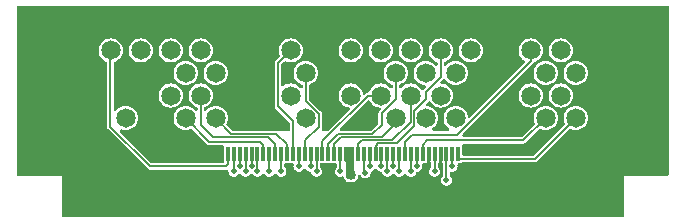
<source format=gtl>
G04 #@! TF.GenerationSoftware,KiCad,Pcbnew,7.0.7*
G04 #@! TF.CreationDate,2023-10-10T05:26:18-05:00*
G04 #@! TF.ProjectId,psio-qsb,7073696f-2d71-4736-922e-6b696361645f,rev?*
G04 #@! TF.SameCoordinates,Original*
G04 #@! TF.FileFunction,Copper,L1,Top*
G04 #@! TF.FilePolarity,Positive*
%FSLAX46Y46*%
G04 Gerber Fmt 4.6, Leading zero omitted, Abs format (unit mm)*
G04 Created by KiCad (PCBNEW 7.0.7) date 2023-10-10 05:26:18*
%MOMM*%
%LPD*%
G01*
G04 APERTURE LIST*
G04 #@! TA.AperFunction,SMDPad,CuDef*
%ADD10R,0.300000X1.200000*%
G04 #@! TD*
G04 #@! TA.AperFunction,SMDPad,CuDef*
%ADD11R,2.400000X2.400000*%
G04 #@! TD*
G04 #@! TA.AperFunction,ComponentPad*
%ADD12C,1.640000*%
G04 #@! TD*
G04 #@! TA.AperFunction,ViaPad*
%ADD13C,0.600000*%
G04 #@! TD*
G04 #@! TA.AperFunction,ViaPad*
%ADD14C,0.500000*%
G04 #@! TD*
G04 #@! TA.AperFunction,ViaPad*
%ADD15C,0.800000*%
G04 #@! TD*
G04 #@! TA.AperFunction,Conductor*
%ADD16C,0.127000*%
G04 #@! TD*
G04 APERTURE END LIST*
D10*
X139700000Y-127200000D03*
X140200000Y-127200000D03*
X140700000Y-127200000D03*
X141200000Y-127200000D03*
X141700000Y-127200000D03*
X142200000Y-127200000D03*
X142700000Y-127200000D03*
X143200000Y-127200000D03*
X143700000Y-127200000D03*
X144200000Y-127200000D03*
X144700000Y-127200000D03*
X145200000Y-127200000D03*
X145700000Y-127200000D03*
X146200000Y-127200000D03*
X146700000Y-127200000D03*
X147200000Y-127200000D03*
X147700000Y-127200000D03*
X148200000Y-127200000D03*
X148700000Y-127200000D03*
X149200000Y-127200000D03*
X149700000Y-127200000D03*
X150200000Y-127200000D03*
X150700000Y-127200000D03*
X151200000Y-127200000D03*
X151700000Y-127200000D03*
X152200000Y-127200000D03*
X152700000Y-127200000D03*
X153200000Y-127200000D03*
X153700000Y-127200000D03*
X154200000Y-127200000D03*
X154700000Y-127200000D03*
X155200000Y-127200000D03*
X155700000Y-127200000D03*
X156200000Y-127200000D03*
X156700000Y-127200000D03*
X157200000Y-127200000D03*
X157700000Y-127200000D03*
X158200000Y-127200000D03*
X158700000Y-127200000D03*
X159200000Y-127200000D03*
D11*
X137600000Y-129900000D03*
X161300000Y-129900000D03*
D12*
X128500000Y-120360000D03*
X129770000Y-118450000D03*
X132310000Y-118450000D03*
X133580000Y-120360000D03*
X134850000Y-118450000D03*
X136120000Y-120360000D03*
X137390000Y-118450000D03*
X138660000Y-120360000D03*
X145010000Y-118450000D03*
X146280000Y-120360000D03*
X147550000Y-118450000D03*
X150090000Y-118450000D03*
X151360000Y-120360000D03*
X152630000Y-118450000D03*
X153900000Y-120360000D03*
X155170000Y-118450000D03*
X156440000Y-120360000D03*
X157710000Y-118450000D03*
X158980000Y-120360000D03*
X160250000Y-118450000D03*
X165330000Y-118450000D03*
X166600000Y-120360000D03*
X167870000Y-118450000D03*
X169140000Y-120360000D03*
X170410000Y-118450000D03*
X128500000Y-124180000D03*
X131040000Y-124180000D03*
X133580000Y-124180000D03*
X134850000Y-122270000D03*
X136120000Y-124180000D03*
X137390000Y-122270000D03*
X138660000Y-124180000D03*
X145010000Y-122270000D03*
X146280000Y-124180000D03*
X147550000Y-122270000D03*
X150090000Y-122270000D03*
X151360000Y-124180000D03*
X152630000Y-122270000D03*
X153900000Y-124180000D03*
X155170000Y-122270000D03*
X156440000Y-124180000D03*
X157710000Y-122270000D03*
X158980000Y-124180000D03*
X165330000Y-122270000D03*
X166600000Y-124180000D03*
X167870000Y-122270000D03*
X169140000Y-124180000D03*
X170410000Y-122270000D03*
D13*
X167470000Y-127250000D03*
X124290000Y-117090000D03*
X142070000Y-122170000D03*
X175090000Y-122170000D03*
X131910000Y-129790000D03*
X147150000Y-117090000D03*
X175090000Y-124710000D03*
X167470000Y-129790000D03*
X164930000Y-117090000D03*
X124290000Y-119630000D03*
X170010000Y-117090000D03*
X124290000Y-127250000D03*
X175090000Y-117090000D03*
X157310000Y-117090000D03*
X139530000Y-117090000D03*
X170010000Y-127250000D03*
X159850000Y-117090000D03*
X167470000Y-117090000D03*
X126830000Y-117090000D03*
X136990000Y-117090000D03*
X126830000Y-127250000D03*
X131910000Y-117090000D03*
X126830000Y-129790000D03*
X154770000Y-117090000D03*
X172550000Y-129790000D03*
X157310000Y-129790000D03*
X124290000Y-122170000D03*
X134450000Y-117090000D03*
X129370000Y-127250000D03*
X172550000Y-119630000D03*
X162390000Y-124710000D03*
X126830000Y-122170000D03*
X129370000Y-117090000D03*
X162390000Y-117090000D03*
X126830000Y-124710000D03*
X175090000Y-127250000D03*
X172550000Y-127250000D03*
X142070000Y-117090000D03*
X142070000Y-129790000D03*
X164930000Y-129790000D03*
X144610000Y-117090000D03*
X144610000Y-129790000D03*
X152230000Y-129790000D03*
X172550000Y-124710000D03*
X172550000Y-122170000D03*
X134450000Y-129790000D03*
X154770000Y-129790000D03*
X129370000Y-129790000D03*
X126830000Y-119630000D03*
X147150000Y-129790000D03*
X172550000Y-117090000D03*
X124290000Y-124710000D03*
X170010000Y-129790000D03*
X139530000Y-129790000D03*
X162390000Y-119630000D03*
X136990000Y-127250000D03*
X175090000Y-119630000D03*
X142070000Y-119630000D03*
D14*
X140700000Y-128275000D03*
X141200000Y-128700000D03*
X142200000Y-128700000D03*
X143200000Y-128700000D03*
X144200000Y-128700000D03*
D15*
X150100000Y-128975000D03*
D14*
X147200000Y-128700000D03*
X149200000Y-128700000D03*
X151325000Y-128800000D03*
X153200000Y-128700000D03*
X154200000Y-128700000D03*
X155700000Y-128275000D03*
X157200000Y-128700000D03*
X158700000Y-128275000D03*
X140200000Y-128700000D03*
X141700000Y-128275000D03*
X145700000Y-128275000D03*
X146700000Y-128275000D03*
X151700000Y-128275000D03*
X152700000Y-128275000D03*
X153700000Y-128275000D03*
X155200000Y-128700000D03*
X158193982Y-129450000D03*
D16*
X140700000Y-128275000D02*
X140700000Y-127200000D01*
X141200000Y-128700000D02*
X141200000Y-127200000D01*
X142200000Y-128700000D02*
X142200000Y-127200000D01*
X143200000Y-128700000D02*
X143200000Y-127200000D01*
X144200000Y-128700000D02*
X144200000Y-127200000D01*
X143925000Y-119535000D02*
X145010000Y-118450000D01*
X145200000Y-124470300D02*
X143925000Y-123195300D01*
X143925000Y-123195300D02*
X143925000Y-119535000D01*
X145200000Y-127200000D02*
X145200000Y-124470300D01*
X146200000Y-127200000D02*
X146200000Y-126073300D01*
X147375000Y-124898300D02*
X147375000Y-123800000D01*
X146200000Y-126073300D02*
X147375000Y-124898300D01*
X146280000Y-122705000D02*
X146280000Y-120360000D01*
X147375000Y-123800000D02*
X146280000Y-122705000D01*
X147200000Y-128700000D02*
X147200000Y-127200000D01*
X153900000Y-122575000D02*
X153900000Y-120360000D01*
X148200000Y-127200000D02*
X148200000Y-126407600D01*
X152710000Y-123765000D02*
X153900000Y-122575000D01*
X151912000Y-125563000D02*
X152710000Y-124765000D01*
X149044600Y-125563000D02*
X151912000Y-125563000D01*
X148200000Y-126407600D02*
X149044600Y-125563000D01*
X152710000Y-124765000D02*
X152710000Y-123765000D01*
X149200000Y-128700000D02*
X149200000Y-127200000D01*
X151250000Y-127250000D02*
X151200000Y-127200000D01*
X151325000Y-128800000D02*
X151250000Y-128725000D01*
X151250000Y-128725000D02*
X151250000Y-127250000D01*
X153975000Y-126325000D02*
X155427600Y-124872400D01*
X155427600Y-124872400D02*
X155427600Y-123622400D01*
X157710000Y-120690000D02*
X157710000Y-118450000D01*
X152382600Y-126325000D02*
X153975000Y-126325000D01*
X156450000Y-121950000D02*
X157710000Y-120690000D01*
X155427600Y-123622400D02*
X156450000Y-122600000D01*
X152200000Y-127200000D02*
X152200000Y-126507600D01*
X152200000Y-126507600D02*
X152382600Y-126325000D01*
X156450000Y-122600000D02*
X156450000Y-121950000D01*
X153200000Y-128700000D02*
X153200000Y-127200000D01*
X154200000Y-128700000D02*
X154200000Y-127200000D01*
X154700000Y-126225000D02*
X154700000Y-127200000D01*
X159100000Y-125600000D02*
X155325000Y-125600000D01*
X155325000Y-125600000D02*
X154700000Y-126225000D01*
X165330000Y-118450000D02*
X165330000Y-119370000D01*
X165330000Y-119370000D02*
X159100000Y-125600000D01*
X155700000Y-128275000D02*
X155700000Y-127200000D01*
X157200000Y-128700000D02*
X157200000Y-127200000D01*
X158700000Y-128275000D02*
X158700000Y-127200000D01*
X140200000Y-128700000D02*
X140200000Y-127200000D01*
X141700000Y-127200000D02*
X141700000Y-128275000D01*
X142400000Y-126200000D02*
X142700000Y-126500000D01*
X136120000Y-124180000D02*
X138140000Y-126200000D01*
X142700000Y-126500000D02*
X142700000Y-127200000D01*
X138140000Y-126200000D02*
X142400000Y-126200000D01*
X143700000Y-126407600D02*
X143700000Y-127200000D01*
X143059700Y-125767300D02*
X143700000Y-126407600D01*
X137390000Y-124740000D02*
X138417300Y-125767300D01*
X137390000Y-122270000D02*
X137390000Y-124740000D01*
X138417300Y-125767300D02*
X143059700Y-125767300D01*
X144700000Y-126407600D02*
X143805700Y-125513300D01*
X144700000Y-127200000D02*
X144700000Y-126407600D01*
X139993300Y-125513300D02*
X138660000Y-124180000D01*
X143805700Y-125513300D02*
X139993300Y-125513300D01*
X145700000Y-128275000D02*
X145700000Y-127200000D01*
X146700000Y-128275000D02*
X146700000Y-127200000D01*
X147700000Y-126150000D02*
X151580000Y-122270000D01*
X151580000Y-122270000D02*
X152630000Y-122270000D01*
X147700000Y-127200000D02*
X147700000Y-126150000D01*
X148700000Y-126407600D02*
X149290600Y-125817000D01*
X149290600Y-125817000D02*
X152708000Y-125817000D01*
X148700000Y-127200000D02*
X148700000Y-126407600D01*
X152708000Y-125817000D02*
X153900000Y-124625000D01*
X153900000Y-124625000D02*
X153900000Y-124180000D01*
X150700000Y-127200000D02*
X150700000Y-126407600D01*
X153604000Y-126071000D02*
X155170000Y-124505000D01*
X150700000Y-126407600D02*
X151036600Y-126071000D01*
X151036600Y-126071000D02*
X153604000Y-126071000D01*
X155170000Y-124505000D02*
X155170000Y-122270000D01*
X151700000Y-128275000D02*
X151700000Y-127200000D01*
X152700000Y-127200000D02*
X152700000Y-128275000D01*
X153700000Y-128275000D02*
X153700000Y-127200000D01*
X155200000Y-128700000D02*
X155200000Y-127200000D01*
X164705000Y-126075000D02*
X156550000Y-126075000D01*
X156550000Y-126075000D02*
X156200000Y-126425000D01*
X156200000Y-126425000D02*
X156200000Y-127200000D01*
X166600000Y-124180000D02*
X164705000Y-126075000D01*
X158193982Y-129450000D02*
X158200000Y-129443982D01*
X158200000Y-129443982D02*
X158200000Y-127200000D01*
X165690200Y-127629800D02*
X169140000Y-124180000D01*
X159200000Y-127629800D02*
X165690200Y-127629800D01*
X159200000Y-127629800D02*
X159200000Y-127200000D01*
X129750000Y-124900000D02*
X133125000Y-128275000D01*
X139532300Y-128275000D02*
X139700000Y-128107300D01*
X139700000Y-127200000D02*
X139700000Y-128107300D01*
X129750000Y-118470000D02*
X129750000Y-124900000D01*
X133125000Y-128275000D02*
X139532300Y-128275000D01*
X129770000Y-118450000D02*
X129750000Y-118470000D01*
G04 #@! TA.AperFunction,Conductor*
G36*
X150293039Y-126619685D02*
G01*
X150338794Y-126672489D01*
X150350000Y-126724000D01*
X150349999Y-128599998D01*
X150350000Y-128599998D01*
X150350000Y-128600000D01*
X150463683Y-128713683D01*
X150497166Y-128775002D01*
X150500000Y-128801361D01*
X150500000Y-129148638D01*
X150480315Y-129215677D01*
X150463681Y-129236319D01*
X150361319Y-129338681D01*
X150299996Y-129372166D01*
X150273638Y-129375000D01*
X149926362Y-129375000D01*
X149859323Y-129355315D01*
X149838681Y-129338681D01*
X149736319Y-129236319D01*
X149702834Y-129174996D01*
X149700000Y-129148638D01*
X149700000Y-127950000D01*
X149586319Y-127836319D01*
X149552834Y-127774996D01*
X149550000Y-127748638D01*
X149550000Y-126724000D01*
X149569685Y-126656961D01*
X149622489Y-126611206D01*
X149674000Y-126600000D01*
X150226000Y-126600000D01*
X150293039Y-126619685D01*
G37*
G04 #@! TD.AperFunction*
G04 #@! TA.AperFunction,Conductor*
G36*
X151653023Y-122672842D02*
G01*
X151708956Y-122714714D01*
X151719043Y-122730563D01*
X151775612Y-122836397D01*
X151777381Y-122839706D01*
X151904905Y-122995094D01*
X152055534Y-123118712D01*
X152060297Y-123122621D01*
X152237582Y-123217381D01*
X152429947Y-123275734D01*
X152429946Y-123275734D01*
X152529496Y-123285539D01*
X152594283Y-123311700D01*
X152634642Y-123368734D01*
X152637759Y-123438535D01*
X152605023Y-123496623D01*
X152550345Y-123551301D01*
X152531560Y-123566719D01*
X152519666Y-123574666D01*
X152496882Y-123608764D01*
X152496880Y-123608768D01*
X152461317Y-123661990D01*
X152440828Y-123765001D01*
X152443617Y-123779021D01*
X152446000Y-123803213D01*
X152446000Y-124604286D01*
X152426315Y-124671325D01*
X152409681Y-124691967D01*
X151887967Y-125213681D01*
X151826644Y-125247166D01*
X151800286Y-125250000D01*
X149272714Y-125250000D01*
X149205675Y-125230315D01*
X149159920Y-125177511D01*
X149149976Y-125108353D01*
X149179001Y-125044797D01*
X149185033Y-125038319D01*
X150294627Y-123928725D01*
X151522010Y-122701341D01*
X151583331Y-122667858D01*
X151653023Y-122672842D01*
G37*
G04 #@! TD.AperFunction*
G04 #@! TA.AperFunction,Conductor*
G36*
X176993039Y-114669685D02*
G01*
X177038794Y-114722489D01*
X177050000Y-114774000D01*
X177050000Y-128926000D01*
X177030315Y-128993039D01*
X176977511Y-129038794D01*
X176926000Y-129050000D01*
X173250000Y-129050000D01*
X173250000Y-132426000D01*
X173230315Y-132493039D01*
X173177511Y-132538794D01*
X173126000Y-132550000D01*
X125774000Y-132550000D01*
X125706961Y-132530315D01*
X125661206Y-132477511D01*
X125650000Y-132426000D01*
X125650000Y-129100000D01*
X121974000Y-129100000D01*
X121906961Y-129080315D01*
X121861206Y-129027511D01*
X121850000Y-128976000D01*
X121850000Y-118449999D01*
X128744562Y-118449999D01*
X128764265Y-118650051D01*
X128764266Y-118650053D01*
X128822619Y-118842418D01*
X128917379Y-119019703D01*
X128917381Y-119019706D01*
X129044905Y-119175094D01*
X129195534Y-119298712D01*
X129200297Y-119302621D01*
X129377582Y-119397381D01*
X129397996Y-119403573D01*
X129456433Y-119441868D01*
X129484890Y-119505680D01*
X129486000Y-119522233D01*
X129485999Y-124861783D01*
X129483618Y-124885966D01*
X129480828Y-124899996D01*
X129480828Y-124900000D01*
X129486000Y-124926002D01*
X129501317Y-125003009D01*
X129559666Y-125090332D01*
X129559667Y-125090333D01*
X129571555Y-125098276D01*
X129590345Y-125113697D01*
X132911304Y-128434657D01*
X132926721Y-128453441D01*
X132934667Y-128465333D01*
X132954375Y-128478501D01*
X132954388Y-128478511D01*
X132956708Y-128480061D01*
X132956710Y-128480063D01*
X133021992Y-128523683D01*
X133125000Y-128544172D01*
X133139022Y-128541382D01*
X133163213Y-128539000D01*
X139494087Y-128539000D01*
X139518277Y-128541382D01*
X139523388Y-128542399D01*
X139532299Y-128544172D01*
X139532300Y-128544172D01*
X139532302Y-128544172D01*
X139583866Y-128533914D01*
X139602322Y-128530244D01*
X139671913Y-128536471D01*
X139727091Y-128579334D01*
X139750335Y-128645224D01*
X139749251Y-128669508D01*
X139744867Y-128699999D01*
X139763302Y-128828225D01*
X139808972Y-128928226D01*
X139817118Y-128946063D01*
X139901951Y-129043967D01*
X140010931Y-129114004D01*
X140134830Y-129150383D01*
X140135225Y-129150499D01*
X140135227Y-129150500D01*
X140135228Y-129150500D01*
X140264773Y-129150500D01*
X140264773Y-129150499D01*
X140389069Y-129114004D01*
X140498049Y-129043967D01*
X140582882Y-128946063D01*
X140587205Y-128936595D01*
X140632961Y-128883791D01*
X140700000Y-128864107D01*
X140767040Y-128883792D01*
X140812794Y-128936595D01*
X140817118Y-128946063D01*
X140901951Y-129043967D01*
X141010931Y-129114004D01*
X141134830Y-129150383D01*
X141135225Y-129150499D01*
X141135227Y-129150500D01*
X141135228Y-129150500D01*
X141264773Y-129150500D01*
X141264773Y-129150499D01*
X141389069Y-129114004D01*
X141498049Y-129043967D01*
X141582882Y-128946063D01*
X141587205Y-128936595D01*
X141632961Y-128883791D01*
X141700000Y-128864107D01*
X141767040Y-128883792D01*
X141812794Y-128936595D01*
X141817118Y-128946063D01*
X141901951Y-129043967D01*
X142010931Y-129114004D01*
X142134830Y-129150383D01*
X142135225Y-129150499D01*
X142135227Y-129150500D01*
X142135228Y-129150500D01*
X142264773Y-129150500D01*
X142264773Y-129150499D01*
X142389069Y-129114004D01*
X142498049Y-129043967D01*
X142582882Y-128946063D01*
X142587205Y-128936595D01*
X142632961Y-128883791D01*
X142700000Y-128864107D01*
X142767040Y-128883792D01*
X142812794Y-128936595D01*
X142817118Y-128946063D01*
X142901951Y-129043967D01*
X143010931Y-129114004D01*
X143134830Y-129150383D01*
X143135225Y-129150499D01*
X143135227Y-129150500D01*
X143135228Y-129150500D01*
X143264773Y-129150500D01*
X143264773Y-129150499D01*
X143389069Y-129114004D01*
X143498049Y-129043967D01*
X143582882Y-128946063D01*
X143587205Y-128936595D01*
X143632961Y-128883791D01*
X143700000Y-128864107D01*
X143767040Y-128883792D01*
X143812794Y-128936595D01*
X143817118Y-128946063D01*
X143901951Y-129043967D01*
X144010931Y-129114004D01*
X144134830Y-129150383D01*
X144135225Y-129150499D01*
X144135227Y-129150500D01*
X144135228Y-129150500D01*
X144264773Y-129150500D01*
X144264773Y-129150499D01*
X144389069Y-129114004D01*
X144498049Y-129043967D01*
X144582882Y-128946063D01*
X144636697Y-128828226D01*
X144655133Y-128700000D01*
X144636697Y-128571774D01*
X144582882Y-128453937D01*
X144498049Y-128356033D01*
X144494286Y-128351690D01*
X144465262Y-128288134D01*
X144464000Y-128270488D01*
X144464000Y-128124500D01*
X144483685Y-128057461D01*
X144536489Y-128011706D01*
X144588000Y-128000500D01*
X144869750Y-128000500D01*
X144925808Y-127989349D01*
X144974192Y-127989349D01*
X145030249Y-128000500D01*
X145030252Y-128000500D01*
X145141230Y-128000500D01*
X145208269Y-128020185D01*
X145254024Y-128072989D01*
X145263968Y-128142147D01*
X145244867Y-128274999D01*
X145263302Y-128403225D01*
X145312794Y-128511595D01*
X145317118Y-128521063D01*
X145401951Y-128618967D01*
X145510931Y-128689004D01*
X145635225Y-128725499D01*
X145635227Y-128725500D01*
X145635228Y-128725500D01*
X145764773Y-128725500D01*
X145764773Y-128725499D01*
X145889069Y-128689004D01*
X145998049Y-128618967D01*
X146082882Y-128521063D01*
X146087205Y-128511595D01*
X146132961Y-128458791D01*
X146200000Y-128439107D01*
X146267040Y-128458792D01*
X146312794Y-128511595D01*
X146317118Y-128521063D01*
X146401951Y-128618967D01*
X146510931Y-128689004D01*
X146635225Y-128725499D01*
X146635227Y-128725500D01*
X146635228Y-128725500D01*
X146641086Y-128725500D01*
X146708125Y-128745185D01*
X146753880Y-128797989D01*
X146760302Y-128819858D01*
X146760803Y-128819712D01*
X146763303Y-128828227D01*
X146808972Y-128928226D01*
X146817118Y-128946063D01*
X146901951Y-129043967D01*
X147010931Y-129114004D01*
X147134830Y-129150383D01*
X147135225Y-129150499D01*
X147135227Y-129150500D01*
X147135228Y-129150500D01*
X147264773Y-129150500D01*
X147264773Y-129150499D01*
X147389069Y-129114004D01*
X147498049Y-129043967D01*
X147582882Y-128946063D01*
X147636697Y-128828226D01*
X147655133Y-128700000D01*
X147636697Y-128571774D01*
X147582882Y-128453937D01*
X147498049Y-128356033D01*
X147494286Y-128351690D01*
X147465262Y-128288134D01*
X147464000Y-128270488D01*
X147464000Y-128124500D01*
X147483685Y-128057461D01*
X147536489Y-128011706D01*
X147588000Y-128000500D01*
X147869750Y-128000500D01*
X147925808Y-127989349D01*
X147974192Y-127989349D01*
X148030249Y-128000500D01*
X148030252Y-128000500D01*
X148369750Y-128000500D01*
X148425808Y-127989349D01*
X148474192Y-127989349D01*
X148530249Y-128000500D01*
X148812000Y-128000500D01*
X148879039Y-128020185D01*
X148924794Y-128072989D01*
X148936000Y-128124500D01*
X148936000Y-128270488D01*
X148916315Y-128337527D01*
X148905714Y-128351690D01*
X148817118Y-128453937D01*
X148817117Y-128453938D01*
X148763302Y-128571774D01*
X148744867Y-128700000D01*
X148763302Y-128828225D01*
X148808972Y-128928226D01*
X148817118Y-128946063D01*
X148901951Y-129043967D01*
X149010931Y-129114004D01*
X149134830Y-129150383D01*
X149135225Y-129150499D01*
X149135227Y-129150500D01*
X149135228Y-129150500D01*
X149264772Y-129150500D01*
X149348636Y-129125876D01*
X149418505Y-129125876D01*
X149477283Y-129163650D01*
X149501904Y-129207799D01*
X149522470Y-129273478D01*
X149522471Y-129273483D01*
X149536872Y-129299855D01*
X149555956Y-129334805D01*
X149555958Y-129334808D01*
X149555960Y-129334811D01*
X149590998Y-129381615D01*
X149591002Y-129381619D01*
X149591009Y-129381629D01*
X149591016Y-129381636D01*
X149697266Y-129487886D01*
X149697269Y-129487888D01*
X149705448Y-129495237D01*
X149705446Y-129495236D01*
X149730376Y-129515325D01*
X149801424Y-129552490D01*
X149868456Y-129572173D01*
X149868458Y-129572173D01*
X149868464Y-129572175D01*
X149926362Y-129580500D01*
X150094549Y-129580500D01*
X150097326Y-129580682D01*
X150100000Y-129580682D01*
X150102674Y-129580682D01*
X150105451Y-129580500D01*
X150279138Y-129580500D01*
X150279142Y-129580500D01*
X150290134Y-129579911D01*
X150290142Y-129579910D01*
X150290144Y-129579910D01*
X150290145Y-129579910D01*
X150299637Y-129578889D01*
X150321965Y-129576488D01*
X150398482Y-129552529D01*
X150459805Y-129519044D01*
X150506629Y-129483991D01*
X150612883Y-129377737D01*
X150620235Y-129369554D01*
X150620237Y-129369552D01*
X150620236Y-129369554D01*
X150640325Y-129344623D01*
X150652278Y-129321774D01*
X150677490Y-129273575D01*
X150697175Y-129206536D01*
X150705500Y-129148638D01*
X150705500Y-129097959D01*
X150725185Y-129030921D01*
X150777989Y-128985166D01*
X150847147Y-128975222D01*
X150910703Y-129004247D01*
X150936713Y-129038995D01*
X150937324Y-129038603D01*
X150942116Y-129046059D01*
X150942118Y-129046063D01*
X151026951Y-129143967D01*
X151135931Y-129214004D01*
X151260225Y-129250499D01*
X151260227Y-129250500D01*
X151260228Y-129250500D01*
X151389773Y-129250500D01*
X151389773Y-129250499D01*
X151514069Y-129214004D01*
X151623049Y-129143967D01*
X151707882Y-129046063D01*
X151761697Y-128928226D01*
X151780133Y-128800000D01*
X151780132Y-128799998D01*
X151780652Y-128796387D01*
X151809677Y-128732831D01*
X151868451Y-128695057D01*
X151889069Y-128689004D01*
X151998049Y-128618967D01*
X152082882Y-128521063D01*
X152087205Y-128511595D01*
X152132961Y-128458791D01*
X152200000Y-128439107D01*
X152267040Y-128458792D01*
X152312794Y-128511595D01*
X152317118Y-128521063D01*
X152401951Y-128618967D01*
X152510931Y-128689004D01*
X152635225Y-128725499D01*
X152635227Y-128725500D01*
X152635228Y-128725500D01*
X152641086Y-128725500D01*
X152708125Y-128745185D01*
X152753880Y-128797989D01*
X152760302Y-128819858D01*
X152760803Y-128819712D01*
X152763303Y-128828227D01*
X152808972Y-128928226D01*
X152817118Y-128946063D01*
X152901951Y-129043967D01*
X153010931Y-129114004D01*
X153134830Y-129150383D01*
X153135225Y-129150499D01*
X153135227Y-129150500D01*
X153135228Y-129150500D01*
X153264773Y-129150500D01*
X153264773Y-129150499D01*
X153389069Y-129114004D01*
X153498049Y-129043967D01*
X153582882Y-128946063D01*
X153587205Y-128936595D01*
X153632961Y-128883791D01*
X153700000Y-128864107D01*
X153767040Y-128883792D01*
X153812794Y-128936595D01*
X153817118Y-128946063D01*
X153901951Y-129043967D01*
X154010931Y-129114004D01*
X154134830Y-129150383D01*
X154135225Y-129150499D01*
X154135227Y-129150500D01*
X154135228Y-129150500D01*
X154264773Y-129150500D01*
X154264773Y-129150499D01*
X154389069Y-129114004D01*
X154498049Y-129043967D01*
X154582882Y-128946063D01*
X154587205Y-128936595D01*
X154632961Y-128883791D01*
X154700000Y-128864107D01*
X154767040Y-128883792D01*
X154812794Y-128936595D01*
X154817118Y-128946063D01*
X154901951Y-129043967D01*
X155010931Y-129114004D01*
X155134830Y-129150383D01*
X155135225Y-129150499D01*
X155135227Y-129150500D01*
X155135228Y-129150500D01*
X155264773Y-129150500D01*
X155264773Y-129150499D01*
X155389069Y-129114004D01*
X155498049Y-129043967D01*
X155582882Y-128946063D01*
X155636697Y-128828226D01*
X155636697Y-128828221D01*
X155639197Y-128819712D01*
X155641421Y-128820365D01*
X155665205Y-128768293D01*
X155723985Y-128730521D01*
X155758914Y-128725500D01*
X155764773Y-128725500D01*
X155764773Y-128725499D01*
X155889069Y-128689004D01*
X155998049Y-128618967D01*
X156082882Y-128521063D01*
X156136697Y-128403226D01*
X156155133Y-128275000D01*
X156136697Y-128146774D01*
X156136032Y-128142147D01*
X156145976Y-128072988D01*
X156191731Y-128020184D01*
X156258770Y-128000500D01*
X156369750Y-128000500D01*
X156369751Y-128000499D01*
X156384568Y-127997552D01*
X156428229Y-127988868D01*
X156428229Y-127988867D01*
X156428231Y-127988867D01*
X156494552Y-127944552D01*
X156538867Y-127878231D01*
X156538867Y-127878229D01*
X156538868Y-127878229D01*
X156550423Y-127820133D01*
X156550500Y-127819748D01*
X156550500Y-126724000D01*
X156570185Y-126656961D01*
X156622989Y-126611206D01*
X156674500Y-126600000D01*
X156725500Y-126600000D01*
X156792539Y-126619685D01*
X156838294Y-126672489D01*
X156849500Y-126724000D01*
X156849500Y-127819752D01*
X156861131Y-127878229D01*
X156861132Y-127878230D01*
X156912233Y-127954707D01*
X156909404Y-127956596D01*
X156933162Y-128000087D01*
X156936000Y-128026466D01*
X156936000Y-128270488D01*
X156916315Y-128337527D01*
X156905714Y-128351690D01*
X156817118Y-128453937D01*
X156817117Y-128453938D01*
X156763302Y-128571774D01*
X156744867Y-128700000D01*
X156763302Y-128828225D01*
X156808972Y-128928226D01*
X156817118Y-128946063D01*
X156901951Y-129043967D01*
X157010931Y-129114004D01*
X157134830Y-129150383D01*
X157135225Y-129150499D01*
X157135227Y-129150500D01*
X157135228Y-129150500D01*
X157264773Y-129150500D01*
X157264773Y-129150499D01*
X157389069Y-129114004D01*
X157498049Y-129043967D01*
X157582882Y-128946063D01*
X157636697Y-128828226D01*
X157655133Y-128700000D01*
X157636697Y-128571774D01*
X157582882Y-128453937D01*
X157498049Y-128356033D01*
X157494286Y-128351690D01*
X157465262Y-128288134D01*
X157464000Y-128270488D01*
X157464000Y-128026466D01*
X157483685Y-127959427D01*
X157489115Y-127952688D01*
X157494550Y-127944552D01*
X157494552Y-127944552D01*
X157538867Y-127878231D01*
X157538867Y-127878229D01*
X157538868Y-127878229D01*
X157550423Y-127820133D01*
X157550500Y-127819748D01*
X157550500Y-126724000D01*
X157570185Y-126656961D01*
X157622989Y-126611206D01*
X157674500Y-126600000D01*
X157725500Y-126600000D01*
X157792539Y-126619685D01*
X157838294Y-126672489D01*
X157849500Y-126724000D01*
X157849500Y-127819752D01*
X157861131Y-127878229D01*
X157861132Y-127878230D01*
X157912233Y-127954707D01*
X157909404Y-127956596D01*
X157933162Y-128000087D01*
X157936000Y-128026466D01*
X157936000Y-129014685D01*
X157916315Y-129081724D01*
X157901352Y-129098993D01*
X157901741Y-129099330D01*
X157811100Y-129203937D01*
X157811099Y-129203938D01*
X157757284Y-129321774D01*
X157738849Y-129450000D01*
X157757284Y-129578225D01*
X157811099Y-129696061D01*
X157811100Y-129696063D01*
X157895933Y-129793967D01*
X158004913Y-129864004D01*
X158129207Y-129900499D01*
X158129209Y-129900500D01*
X158129210Y-129900500D01*
X158258755Y-129900500D01*
X158258755Y-129900499D01*
X158383051Y-129864004D01*
X158492031Y-129793967D01*
X158576864Y-129696063D01*
X158630679Y-129578226D01*
X158649115Y-129450000D01*
X158630679Y-129321774D01*
X158576864Y-129203937D01*
X158576862Y-129203935D01*
X158576861Y-129203932D01*
X158494287Y-129108636D01*
X158465262Y-129045080D01*
X158464000Y-129027434D01*
X158464000Y-128840867D01*
X158483685Y-128773828D01*
X158536489Y-128728073D01*
X158605647Y-128718129D01*
X158622932Y-128721889D01*
X158635228Y-128725500D01*
X158764773Y-128725500D01*
X158764773Y-128725499D01*
X158889069Y-128689004D01*
X158998049Y-128618967D01*
X159082882Y-128521063D01*
X159136697Y-128403226D01*
X159155133Y-128275000D01*
X159136697Y-128146774D01*
X159136032Y-128142147D01*
X159145976Y-128072988D01*
X159191731Y-128020184D01*
X159258770Y-128000500D01*
X159369750Y-128000500D01*
X159369751Y-128000499D01*
X159384568Y-127997552D01*
X159428229Y-127988868D01*
X159428229Y-127988867D01*
X159428231Y-127988867D01*
X159494552Y-127944552D01*
X159494552Y-127944551D01*
X159503188Y-127935917D01*
X159505008Y-127937737D01*
X159545252Y-127904105D01*
X159594743Y-127893800D01*
X165651987Y-127893800D01*
X165676177Y-127896182D01*
X165690200Y-127898972D01*
X165793208Y-127878483D01*
X165858490Y-127834862D01*
X165858490Y-127834861D01*
X165869473Y-127827522D01*
X165880533Y-127820133D01*
X165888475Y-127808245D01*
X165903894Y-127789456D01*
X168564203Y-125129147D01*
X168625524Y-125095664D01*
X168695216Y-125100648D01*
X168710332Y-125107470D01*
X168747582Y-125127381D01*
X168939947Y-125185734D01*
X168939946Y-125185734D01*
X168957883Y-125187500D01*
X169140000Y-125205438D01*
X169340053Y-125185734D01*
X169532418Y-125127381D01*
X169709703Y-125032621D01*
X169865094Y-124905094D01*
X169992621Y-124749703D01*
X170087381Y-124572418D01*
X170145734Y-124380053D01*
X170165438Y-124180000D01*
X170145734Y-123979947D01*
X170087381Y-123787582D01*
X169992621Y-123610297D01*
X169992104Y-123609667D01*
X169865094Y-123454905D01*
X169709706Y-123327381D01*
X169709704Y-123327380D01*
X169709703Y-123327379D01*
X169532418Y-123232619D01*
X169340053Y-123174266D01*
X169340050Y-123174265D01*
X169340053Y-123174265D01*
X169157936Y-123156328D01*
X169140000Y-123154562D01*
X169139999Y-123154562D01*
X168939948Y-123174265D01*
X168816995Y-123211562D01*
X168747582Y-123232619D01*
X168747580Y-123232619D01*
X168747580Y-123232620D01*
X168590590Y-123316532D01*
X168570671Y-123320678D01*
X168564756Y-123331286D01*
X168556527Y-123338679D01*
X168414903Y-123454908D01*
X168287381Y-123610293D01*
X168192619Y-123787582D01*
X168134265Y-123979948D01*
X168114562Y-124179999D01*
X168134265Y-124380051D01*
X168192620Y-124572420D01*
X168212527Y-124609664D01*
X168226768Y-124678067D01*
X168201767Y-124743311D01*
X168190849Y-124755797D01*
X165617167Y-127329481D01*
X165555844Y-127362966D01*
X165529486Y-127365800D01*
X159674500Y-127365800D01*
X159607461Y-127346115D01*
X159561706Y-127293311D01*
X159550500Y-127241800D01*
X159550500Y-126580252D01*
X159550299Y-126578217D01*
X159549999Y-126572123D01*
X159549999Y-126463000D01*
X159569684Y-126395961D01*
X159622488Y-126350206D01*
X159673999Y-126339000D01*
X164666787Y-126339000D01*
X164690977Y-126341382D01*
X164705000Y-126344172D01*
X164808008Y-126323683D01*
X164873290Y-126280062D01*
X164873290Y-126280061D01*
X164884273Y-126272722D01*
X164895333Y-126265333D01*
X164903275Y-126253445D01*
X164918694Y-126234656D01*
X166024205Y-125129146D01*
X166085524Y-125095664D01*
X166155216Y-125100648D01*
X166170323Y-125107465D01*
X166207582Y-125127381D01*
X166399947Y-125185734D01*
X166399946Y-125185734D01*
X166417883Y-125187500D01*
X166600000Y-125205438D01*
X166800053Y-125185734D01*
X166992418Y-125127381D01*
X167169703Y-125032621D01*
X167325094Y-124905094D01*
X167452621Y-124749703D01*
X167547381Y-124572418D01*
X167605734Y-124380053D01*
X167625438Y-124180000D01*
X167605734Y-123979947D01*
X167547381Y-123787582D01*
X167452621Y-123610297D01*
X167452104Y-123609667D01*
X167325094Y-123454905D01*
X167183473Y-123338679D01*
X167172695Y-123322857D01*
X167159387Y-123321306D01*
X167149408Y-123316531D01*
X166992421Y-123232620D01*
X166972803Y-123226669D01*
X166800053Y-123174266D01*
X166800050Y-123174265D01*
X166800053Y-123174265D01*
X166600000Y-123154562D01*
X166399948Y-123174265D01*
X166276995Y-123211562D01*
X166207582Y-123232619D01*
X166207580Y-123232619D01*
X166207580Y-123232620D01*
X166050590Y-123316532D01*
X166030671Y-123320678D01*
X166024756Y-123331286D01*
X166016527Y-123338679D01*
X165874903Y-123454908D01*
X165747381Y-123610293D01*
X165652619Y-123787582D01*
X165594265Y-123979948D01*
X165574562Y-124179999D01*
X165594265Y-124380051D01*
X165652620Y-124572420D01*
X165672526Y-124609661D01*
X165686768Y-124678064D01*
X165661768Y-124743308D01*
X165650849Y-124755796D01*
X164631967Y-125774681D01*
X164570644Y-125808166D01*
X164544286Y-125811000D01*
X159674000Y-125811000D01*
X159606961Y-125791315D01*
X159561206Y-125738511D01*
X159550000Y-125687000D01*
X159550000Y-125574713D01*
X159569685Y-125507674D01*
X159586314Y-125487037D01*
X162803350Y-122270000D01*
X164304562Y-122270000D01*
X164324265Y-122470051D01*
X164346784Y-122544285D01*
X164382619Y-122662418D01*
X164475612Y-122836397D01*
X164477381Y-122839706D01*
X164604905Y-122995094D01*
X164755534Y-123118712D01*
X164760297Y-123122621D01*
X164937582Y-123217381D01*
X165129947Y-123275734D01*
X165129946Y-123275734D01*
X165149649Y-123277674D01*
X165330000Y-123295438D01*
X165530053Y-123275734D01*
X165722418Y-123217381D01*
X165879410Y-123133467D01*
X165899326Y-123129320D01*
X165905243Y-123118712D01*
X165913473Y-123111320D01*
X166055094Y-122995094D01*
X166124879Y-122910061D01*
X166182621Y-122839703D01*
X166277381Y-122662418D01*
X166335734Y-122470053D01*
X166355438Y-122270000D01*
X166355438Y-122269999D01*
X166844562Y-122269999D01*
X166864265Y-122470051D01*
X166886784Y-122544285D01*
X166922619Y-122662418D01*
X167015612Y-122836397D01*
X167017381Y-122839706D01*
X167144905Y-122995094D01*
X167286526Y-123111320D01*
X167297303Y-123127141D01*
X167310612Y-123128693D01*
X167320586Y-123133465D01*
X167477582Y-123217381D01*
X167669947Y-123275734D01*
X167669946Y-123275734D01*
X167689650Y-123277674D01*
X167870000Y-123295438D01*
X168070053Y-123275734D01*
X168262418Y-123217381D01*
X168419410Y-123133467D01*
X168439326Y-123129320D01*
X168445243Y-123118712D01*
X168453473Y-123111320D01*
X168595094Y-122995094D01*
X168664879Y-122910061D01*
X168722621Y-122839703D01*
X168817381Y-122662418D01*
X168875734Y-122470053D01*
X168895438Y-122270000D01*
X168875734Y-122069947D01*
X168817381Y-121877582D01*
X168722621Y-121700297D01*
X168722618Y-121700293D01*
X168595094Y-121544905D01*
X168453473Y-121428679D01*
X168442695Y-121412857D01*
X168429387Y-121411306D01*
X168419408Y-121406531D01*
X168262421Y-121322620D01*
X168252591Y-121319638D01*
X168070053Y-121264266D01*
X168070050Y-121264265D01*
X168070053Y-121264265D01*
X167887936Y-121246328D01*
X167870000Y-121244562D01*
X167869999Y-121244562D01*
X167669948Y-121264265D01*
X167546995Y-121301562D01*
X167477582Y-121322619D01*
X167477580Y-121322619D01*
X167477580Y-121322620D01*
X167320590Y-121406532D01*
X167300671Y-121410678D01*
X167294756Y-121421286D01*
X167286527Y-121428679D01*
X167144903Y-121544908D01*
X167017381Y-121700293D01*
X166922619Y-121877582D01*
X166864265Y-122069948D01*
X166844562Y-122269999D01*
X166355438Y-122269999D01*
X166335734Y-122069947D01*
X166277381Y-121877582D01*
X166182621Y-121700297D01*
X166182618Y-121700293D01*
X166055094Y-121544905D01*
X165913473Y-121428679D01*
X165902695Y-121412857D01*
X165889387Y-121411306D01*
X165879408Y-121406531D01*
X165722421Y-121322620D01*
X165712591Y-121319638D01*
X165530053Y-121264266D01*
X165530050Y-121264265D01*
X165530053Y-121264265D01*
X165330000Y-121244562D01*
X165129948Y-121264265D01*
X164937582Y-121322619D01*
X164760293Y-121417381D01*
X164604905Y-121544905D01*
X164477381Y-121700293D01*
X164382619Y-121877582D01*
X164324265Y-122069948D01*
X164304562Y-122270000D01*
X162803350Y-122270000D01*
X164713351Y-120359999D01*
X165574562Y-120359999D01*
X165594265Y-120560051D01*
X165594266Y-120560053D01*
X165652619Y-120752418D01*
X165747379Y-120929703D01*
X165747381Y-120929706D01*
X165874905Y-121085094D01*
X166016526Y-121201320D01*
X166027303Y-121217141D01*
X166040612Y-121218693D01*
X166050586Y-121223465D01*
X166207582Y-121307381D01*
X166399947Y-121365734D01*
X166399946Y-121365734D01*
X166417883Y-121367500D01*
X166600000Y-121385438D01*
X166800053Y-121365734D01*
X166992418Y-121307381D01*
X167149410Y-121223467D01*
X167169326Y-121219320D01*
X167175243Y-121208712D01*
X167183473Y-121201320D01*
X167325094Y-121085094D01*
X167359699Y-121042928D01*
X167452621Y-120929703D01*
X167547381Y-120752418D01*
X167605734Y-120560053D01*
X167625438Y-120360000D01*
X168114562Y-120360000D01*
X168134265Y-120560051D01*
X168134266Y-120560053D01*
X168192619Y-120752418D01*
X168287379Y-120929703D01*
X168287381Y-120929706D01*
X168414905Y-121085094D01*
X168556526Y-121201320D01*
X168567303Y-121217141D01*
X168580612Y-121218693D01*
X168590586Y-121223465D01*
X168747582Y-121307381D01*
X168939947Y-121365734D01*
X168939946Y-121365734D01*
X168959649Y-121367674D01*
X169140000Y-121385438D01*
X169340053Y-121365734D01*
X169532418Y-121307381D01*
X169709703Y-121212621D01*
X169865094Y-121085094D01*
X169992621Y-120929703D01*
X170087381Y-120752418D01*
X170145734Y-120560053D01*
X170165438Y-120360000D01*
X170145734Y-120159947D01*
X170087381Y-119967582D01*
X169992621Y-119790297D01*
X169992618Y-119790293D01*
X169865094Y-119634905D01*
X169709706Y-119507381D01*
X169709704Y-119507380D01*
X169709703Y-119507379D01*
X169532418Y-119412619D01*
X169340053Y-119354266D01*
X169340050Y-119354265D01*
X169340053Y-119354265D01*
X169157936Y-119336328D01*
X169140000Y-119334562D01*
X169139999Y-119334562D01*
X168939948Y-119354265D01*
X168859174Y-119378768D01*
X168747582Y-119412619D01*
X168747580Y-119412619D01*
X168747580Y-119412620D01*
X168590590Y-119496532D01*
X168570671Y-119500678D01*
X168564756Y-119511286D01*
X168556527Y-119518679D01*
X168414903Y-119634908D01*
X168287381Y-119790293D01*
X168192619Y-119967582D01*
X168134265Y-120159948D01*
X168114562Y-120360000D01*
X167625438Y-120360000D01*
X167605734Y-120159947D01*
X167547381Y-119967582D01*
X167452621Y-119790297D01*
X167452618Y-119790293D01*
X167325094Y-119634905D01*
X167183473Y-119518679D01*
X167172695Y-119502857D01*
X167159387Y-119501306D01*
X167149408Y-119496531D01*
X166992421Y-119412620D01*
X166982591Y-119409638D01*
X166800053Y-119354266D01*
X166800050Y-119354265D01*
X166800053Y-119354265D01*
X166617936Y-119336328D01*
X166600000Y-119334562D01*
X166599999Y-119334562D01*
X166399948Y-119354265D01*
X166319174Y-119378768D01*
X166207582Y-119412619D01*
X166207580Y-119412619D01*
X166207580Y-119412620D01*
X166050590Y-119496532D01*
X166030671Y-119500678D01*
X166024756Y-119511286D01*
X166016527Y-119518679D01*
X165874903Y-119634908D01*
X165747381Y-119790293D01*
X165652619Y-119967582D01*
X165594265Y-120159948D01*
X165574562Y-120359999D01*
X164713351Y-120359999D01*
X165489655Y-119583695D01*
X165508444Y-119568277D01*
X165514758Y-119564057D01*
X165520333Y-119560333D01*
X165543014Y-119526390D01*
X165578683Y-119473008D01*
X165578683Y-119473006D01*
X165580872Y-119469731D01*
X165634484Y-119424926D01*
X165647970Y-119419964D01*
X165722418Y-119397381D01*
X165879410Y-119313467D01*
X165899326Y-119309320D01*
X165905243Y-119298712D01*
X165913473Y-119291320D01*
X166055094Y-119175094D01*
X166055093Y-119175093D01*
X166182621Y-119019703D01*
X166277381Y-118842418D01*
X166335734Y-118650053D01*
X166355438Y-118450000D01*
X166844562Y-118450000D01*
X166864265Y-118650051D01*
X166864266Y-118650053D01*
X166922619Y-118842418D01*
X167017379Y-119019703D01*
X167017381Y-119019706D01*
X167144905Y-119175094D01*
X167286526Y-119291320D01*
X167297303Y-119307141D01*
X167310612Y-119308693D01*
X167320586Y-119313465D01*
X167378960Y-119344667D01*
X167440334Y-119377472D01*
X167477582Y-119397381D01*
X167669947Y-119455734D01*
X167669946Y-119455734D01*
X167689649Y-119457674D01*
X167870000Y-119475438D01*
X168070053Y-119455734D01*
X168262418Y-119397381D01*
X168419410Y-119313467D01*
X168439326Y-119309320D01*
X168445243Y-119298712D01*
X168453473Y-119291320D01*
X168595094Y-119175094D01*
X168595094Y-119175093D01*
X168722621Y-119019703D01*
X168817381Y-118842418D01*
X168875734Y-118650053D01*
X168895438Y-118450000D01*
X168875734Y-118249947D01*
X168817381Y-118057582D01*
X168722621Y-117880297D01*
X168722618Y-117880293D01*
X168595094Y-117724905D01*
X168439706Y-117597381D01*
X168439704Y-117597380D01*
X168439703Y-117597379D01*
X168262418Y-117502619D01*
X168070053Y-117444266D01*
X168070050Y-117444265D01*
X168070053Y-117444265D01*
X167870000Y-117424562D01*
X167669948Y-117444265D01*
X167477582Y-117502619D01*
X167300293Y-117597381D01*
X167144905Y-117724905D01*
X167017381Y-117880293D01*
X166922619Y-118057582D01*
X166864265Y-118249948D01*
X166844562Y-118450000D01*
X166355438Y-118450000D01*
X166335734Y-118249947D01*
X166277381Y-118057582D01*
X166182621Y-117880297D01*
X166182618Y-117880293D01*
X166055094Y-117724905D01*
X165899706Y-117597381D01*
X165899704Y-117597380D01*
X165899703Y-117597379D01*
X165722418Y-117502619D01*
X165530053Y-117444266D01*
X165530050Y-117444265D01*
X165530053Y-117444265D01*
X165330000Y-117424562D01*
X165129948Y-117444265D01*
X164937582Y-117502619D01*
X164760293Y-117597381D01*
X164604905Y-117724905D01*
X164477381Y-117880293D01*
X164382619Y-118057582D01*
X164324265Y-118249948D01*
X164304562Y-118450000D01*
X164324265Y-118650051D01*
X164324266Y-118650053D01*
X164382619Y-118842418D01*
X164477379Y-119019703D01*
X164477381Y-119019706D01*
X164604905Y-119175094D01*
X164713040Y-119263838D01*
X164760297Y-119302621D01*
X164780591Y-119313468D01*
X164784710Y-119315670D01*
X164834554Y-119364633D01*
X164850014Y-119432770D01*
X164826182Y-119498450D01*
X164813937Y-119512709D01*
X160203484Y-124123162D01*
X160142161Y-124156647D01*
X160072469Y-124151663D01*
X160016536Y-124109791D01*
X159992401Y-124047636D01*
X159985734Y-123979947D01*
X159927381Y-123787582D01*
X159832621Y-123610297D01*
X159832104Y-123609667D01*
X159705094Y-123454905D01*
X159549706Y-123327381D01*
X159549704Y-123327380D01*
X159549703Y-123327379D01*
X159372418Y-123232619D01*
X159180053Y-123174266D01*
X159180050Y-123174265D01*
X159180053Y-123174265D01*
X158997936Y-123156328D01*
X158980000Y-123154562D01*
X158979999Y-123154562D01*
X158779948Y-123174265D01*
X158656995Y-123211562D01*
X158587582Y-123232619D01*
X158587580Y-123232619D01*
X158587580Y-123232620D01*
X158430590Y-123316532D01*
X158410671Y-123320678D01*
X158404756Y-123331286D01*
X158396527Y-123338679D01*
X158254903Y-123454908D01*
X158127381Y-123610293D01*
X158032619Y-123787582D01*
X157974265Y-123979948D01*
X157954562Y-124179999D01*
X157974265Y-124380051D01*
X157981172Y-124402820D01*
X158032619Y-124572418D01*
X158127379Y-124749703D01*
X158127381Y-124749706D01*
X158254905Y-124905094D01*
X158407282Y-125030147D01*
X158446616Y-125087893D01*
X158448487Y-125157737D01*
X158412299Y-125217506D01*
X158349543Y-125248221D01*
X158328617Y-125250000D01*
X157091383Y-125250000D01*
X157024344Y-125230315D01*
X156978589Y-125177511D01*
X156968645Y-125108353D01*
X156997670Y-125044797D01*
X157012718Y-125030147D01*
X157165094Y-124905094D01*
X157211961Y-124847987D01*
X157292621Y-124749703D01*
X157387381Y-124572418D01*
X157445734Y-124380053D01*
X157465438Y-124180000D01*
X157445734Y-123979947D01*
X157387381Y-123787582D01*
X157292621Y-123610297D01*
X157292104Y-123609667D01*
X157165094Y-123454905D01*
X157023473Y-123338679D01*
X157012695Y-123322857D01*
X156999387Y-123321306D01*
X156989408Y-123316531D01*
X156832421Y-123232620D01*
X156812803Y-123226669D01*
X156640053Y-123174266D01*
X156640050Y-123174265D01*
X156640053Y-123174265D01*
X156545052Y-123164909D01*
X156480265Y-123138748D01*
X156439906Y-123081714D01*
X156436789Y-123011913D01*
X156469523Y-122953827D01*
X156609655Y-122813695D01*
X156628446Y-122798275D01*
X156640333Y-122790333D01*
X156640335Y-122790329D01*
X156646352Y-122784314D01*
X156707674Y-122750827D01*
X156777366Y-122755809D01*
X156833301Y-122797678D01*
X156843393Y-122813537D01*
X156857379Y-122839703D01*
X156858784Y-122841415D01*
X156984905Y-122995094D01*
X157126526Y-123111320D01*
X157137303Y-123127141D01*
X157150612Y-123128693D01*
X157160586Y-123133465D01*
X157317582Y-123217381D01*
X157509947Y-123275734D01*
X157509946Y-123275734D01*
X157527883Y-123277500D01*
X157710000Y-123295438D01*
X157910053Y-123275734D01*
X158102418Y-123217381D01*
X158259410Y-123133467D01*
X158279326Y-123129320D01*
X158285243Y-123118712D01*
X158293473Y-123111320D01*
X158435094Y-122995094D01*
X158504879Y-122910061D01*
X158562621Y-122839703D01*
X158657381Y-122662418D01*
X158715734Y-122470053D01*
X158735438Y-122270000D01*
X158715734Y-122069947D01*
X158657381Y-121877582D01*
X158562621Y-121700297D01*
X158562618Y-121700293D01*
X158435094Y-121544905D01*
X158293473Y-121428679D01*
X158282695Y-121412857D01*
X158269387Y-121411306D01*
X158259408Y-121406531D01*
X158102421Y-121322620D01*
X157910051Y-121264265D01*
X157805948Y-121254012D01*
X157741161Y-121227851D01*
X157700803Y-121170816D01*
X157697686Y-121101016D01*
X157730420Y-121042930D01*
X157869655Y-120903695D01*
X157888446Y-120888275D01*
X157900333Y-120880333D01*
X157900333Y-120880331D01*
X157900335Y-120880331D01*
X157908968Y-120871699D01*
X157910985Y-120873716D01*
X157950473Y-120840708D01*
X158019797Y-120831992D01*
X158082828Y-120862139D01*
X158109334Y-120895944D01*
X158127379Y-120929703D01*
X158146770Y-120953331D01*
X158254905Y-121085094D01*
X158396526Y-121201320D01*
X158407303Y-121217141D01*
X158420612Y-121218693D01*
X158430586Y-121223465D01*
X158587582Y-121307381D01*
X158779947Y-121365734D01*
X158779946Y-121365734D01*
X158799650Y-121367674D01*
X158980000Y-121385438D01*
X159180053Y-121365734D01*
X159372418Y-121307381D01*
X159549703Y-121212621D01*
X159705094Y-121085094D01*
X159832621Y-120929703D01*
X159927381Y-120752418D01*
X159985734Y-120560053D01*
X160005438Y-120360000D01*
X159985734Y-120159947D01*
X159927381Y-119967582D01*
X159832621Y-119790297D01*
X159832618Y-119790293D01*
X159705094Y-119634905D01*
X159563473Y-119518679D01*
X159552695Y-119502857D01*
X159539387Y-119501306D01*
X159529408Y-119496531D01*
X159372421Y-119412620D01*
X159362591Y-119409638D01*
X159180053Y-119354266D01*
X159180050Y-119354265D01*
X159180053Y-119354265D01*
X158997936Y-119336328D01*
X158980000Y-119334562D01*
X158979999Y-119334562D01*
X158779948Y-119354265D01*
X158699174Y-119378768D01*
X158587582Y-119412619D01*
X158587580Y-119412619D01*
X158587580Y-119412620D01*
X158430590Y-119496532D01*
X158410671Y-119500678D01*
X158404756Y-119511286D01*
X158396527Y-119518679D01*
X158254903Y-119634908D01*
X158193853Y-119709298D01*
X158136107Y-119748632D01*
X158066262Y-119750503D01*
X158006494Y-119714315D01*
X157975778Y-119651559D01*
X157974000Y-119630633D01*
X157974000Y-119528300D01*
X157993685Y-119461261D01*
X158046489Y-119415506D01*
X158061996Y-119409642D01*
X158102418Y-119397381D01*
X158259410Y-119313467D01*
X158279326Y-119309320D01*
X158285243Y-119298712D01*
X158293473Y-119291320D01*
X158435094Y-119175094D01*
X158435094Y-119175093D01*
X158562621Y-119019703D01*
X158657381Y-118842418D01*
X158715734Y-118650053D01*
X158735438Y-118450000D01*
X159224562Y-118450000D01*
X159244265Y-118650051D01*
X159244266Y-118650053D01*
X159302619Y-118842418D01*
X159397379Y-119019703D01*
X159397381Y-119019706D01*
X159524905Y-119175094D01*
X159666526Y-119291320D01*
X159677303Y-119307141D01*
X159690612Y-119308693D01*
X159700586Y-119313465D01*
X159758960Y-119344667D01*
X159820334Y-119377472D01*
X159857582Y-119397381D01*
X160049947Y-119455734D01*
X160049946Y-119455734D01*
X160067883Y-119457500D01*
X160250000Y-119475438D01*
X160450053Y-119455734D01*
X160642418Y-119397381D01*
X160819703Y-119302621D01*
X160975094Y-119175094D01*
X161102621Y-119019703D01*
X161197381Y-118842418D01*
X161255734Y-118650053D01*
X161275438Y-118450000D01*
X161255734Y-118249947D01*
X161197381Y-118057582D01*
X161102621Y-117880297D01*
X161102618Y-117880293D01*
X160975094Y-117724905D01*
X160819706Y-117597381D01*
X160819704Y-117597380D01*
X160819703Y-117597379D01*
X160642418Y-117502619D01*
X160450053Y-117444266D01*
X160450050Y-117444265D01*
X160450053Y-117444265D01*
X160250000Y-117424562D01*
X160049948Y-117444265D01*
X159857582Y-117502619D01*
X159680293Y-117597381D01*
X159524905Y-117724905D01*
X159397381Y-117880293D01*
X159302619Y-118057582D01*
X159244265Y-118249948D01*
X159224562Y-118450000D01*
X158735438Y-118450000D01*
X158715734Y-118249947D01*
X158657381Y-118057582D01*
X158562621Y-117880297D01*
X158562618Y-117880293D01*
X158435094Y-117724905D01*
X158279706Y-117597381D01*
X158279704Y-117597380D01*
X158279703Y-117597379D01*
X158102418Y-117502619D01*
X157910053Y-117444266D01*
X157910050Y-117444265D01*
X157910053Y-117444265D01*
X157710000Y-117424562D01*
X157509948Y-117444265D01*
X157317582Y-117502619D01*
X157140293Y-117597381D01*
X156984905Y-117724905D01*
X156857381Y-117880293D01*
X156762619Y-118057582D01*
X156704265Y-118249948D01*
X156684562Y-118450000D01*
X156704265Y-118650051D01*
X156704266Y-118650053D01*
X156762619Y-118842418D01*
X156857379Y-119019703D01*
X156857381Y-119019706D01*
X156984905Y-119175094D01*
X157126526Y-119291320D01*
X157137303Y-119307141D01*
X157150612Y-119308693D01*
X157160586Y-119313465D01*
X157317582Y-119397381D01*
X157357994Y-119409639D01*
X157416432Y-119447934D01*
X157444890Y-119511746D01*
X157446000Y-119528300D01*
X157446000Y-119630633D01*
X157426315Y-119697672D01*
X157373511Y-119743427D01*
X157304353Y-119753371D01*
X157240797Y-119724346D01*
X157226147Y-119709298D01*
X157165094Y-119634905D01*
X157023473Y-119518679D01*
X157012695Y-119502857D01*
X156999387Y-119501306D01*
X156989408Y-119496531D01*
X156832421Y-119412620D01*
X156822591Y-119409638D01*
X156640053Y-119354266D01*
X156640050Y-119354265D01*
X156640053Y-119354265D01*
X156440000Y-119334562D01*
X156239948Y-119354265D01*
X156159174Y-119378768D01*
X156047582Y-119412619D01*
X156047580Y-119412619D01*
X156047580Y-119412620D01*
X155890590Y-119496532D01*
X155870671Y-119500678D01*
X155864756Y-119511286D01*
X155856527Y-119518679D01*
X155714903Y-119634908D01*
X155587381Y-119790293D01*
X155492619Y-119967582D01*
X155434265Y-120159948D01*
X155414562Y-120360000D01*
X155434265Y-120560051D01*
X155434266Y-120560053D01*
X155492619Y-120752418D01*
X155587379Y-120929703D01*
X155587381Y-120929706D01*
X155714905Y-121085094D01*
X155856526Y-121201320D01*
X155867303Y-121217141D01*
X155880612Y-121218693D01*
X155890586Y-121223465D01*
X156047582Y-121307381D01*
X156239947Y-121365734D01*
X156239946Y-121365734D01*
X156257397Y-121367452D01*
X156362256Y-121377780D01*
X156427042Y-121403941D01*
X156467401Y-121460975D01*
X156470518Y-121530775D01*
X156437782Y-121588864D01*
X156290345Y-121736301D01*
X156271560Y-121751719D01*
X156259665Y-121759667D01*
X156251032Y-121768301D01*
X156249946Y-121767215D01*
X156206918Y-121803171D01*
X156137592Y-121811873D01*
X156074567Y-121781713D01*
X156048077Y-121747923D01*
X156022621Y-121700297D01*
X155960264Y-121624315D01*
X155895094Y-121544905D01*
X155753473Y-121428679D01*
X155742695Y-121412857D01*
X155729387Y-121411306D01*
X155719408Y-121406531D01*
X155562421Y-121322620D01*
X155552591Y-121319638D01*
X155370053Y-121264266D01*
X155370050Y-121264265D01*
X155370053Y-121264265D01*
X155170000Y-121244562D01*
X154969948Y-121264265D01*
X154846995Y-121301562D01*
X154777582Y-121322619D01*
X154777580Y-121322619D01*
X154777580Y-121322620D01*
X154620590Y-121406532D01*
X154600671Y-121410678D01*
X154594756Y-121421286D01*
X154586527Y-121428679D01*
X154444903Y-121544908D01*
X154383853Y-121619298D01*
X154326107Y-121658632D01*
X154256262Y-121660503D01*
X154196494Y-121624315D01*
X154165778Y-121561559D01*
X154164000Y-121540633D01*
X154164000Y-121438300D01*
X154183685Y-121371261D01*
X154236489Y-121325506D01*
X154251996Y-121319642D01*
X154292418Y-121307381D01*
X154449410Y-121223467D01*
X154469326Y-121219320D01*
X154475243Y-121208712D01*
X154483473Y-121201320D01*
X154625094Y-121085094D01*
X154659699Y-121042928D01*
X154752621Y-120929703D01*
X154847381Y-120752418D01*
X154905734Y-120560053D01*
X154925438Y-120360000D01*
X154905734Y-120159947D01*
X154847381Y-119967582D01*
X154752621Y-119790297D01*
X154752618Y-119790293D01*
X154625094Y-119634905D01*
X154483473Y-119518679D01*
X154472695Y-119502857D01*
X154459387Y-119501306D01*
X154449408Y-119496531D01*
X154292421Y-119412620D01*
X154282591Y-119409638D01*
X154100053Y-119354266D01*
X154100050Y-119354265D01*
X154100053Y-119354265D01*
X153900000Y-119334562D01*
X153699948Y-119354265D01*
X153619174Y-119378768D01*
X153507582Y-119412619D01*
X153507580Y-119412619D01*
X153507580Y-119412620D01*
X153350590Y-119496532D01*
X153330671Y-119500678D01*
X153324756Y-119511286D01*
X153316527Y-119518679D01*
X153174903Y-119634908D01*
X153047381Y-119790293D01*
X152952619Y-119967582D01*
X152894265Y-120159948D01*
X152874562Y-120360000D01*
X152894265Y-120560051D01*
X152894266Y-120560053D01*
X152952619Y-120752418D01*
X153047379Y-120929703D01*
X153047381Y-120929706D01*
X153174905Y-121085094D01*
X153316526Y-121201320D01*
X153327303Y-121217141D01*
X153340612Y-121218693D01*
X153350586Y-121223465D01*
X153507582Y-121307381D01*
X153547994Y-121319639D01*
X153606432Y-121357934D01*
X153634890Y-121421746D01*
X153636000Y-121438300D01*
X153636000Y-121540633D01*
X153616315Y-121607672D01*
X153563511Y-121653427D01*
X153494353Y-121663371D01*
X153430797Y-121634346D01*
X153416147Y-121619298D01*
X153355094Y-121544905D01*
X153213473Y-121428679D01*
X153202695Y-121412857D01*
X153189387Y-121411306D01*
X153179408Y-121406531D01*
X153022421Y-121322620D01*
X153012591Y-121319638D01*
X152830053Y-121264266D01*
X152830050Y-121264265D01*
X152830053Y-121264265D01*
X152630000Y-121244562D01*
X152429948Y-121264265D01*
X152237582Y-121322619D01*
X152060293Y-121417381D01*
X151904905Y-121544905D01*
X151777381Y-121700293D01*
X151682618Y-121877584D01*
X151670995Y-121915899D01*
X151632696Y-121974337D01*
X151576526Y-122001518D01*
X151476994Y-122021315D01*
X151476993Y-122021316D01*
X151476991Y-122021317D01*
X151476992Y-122021317D01*
X151411710Y-122064937D01*
X151411706Y-122064940D01*
X151404213Y-122069947D01*
X151389666Y-122079667D01*
X151381721Y-122091557D01*
X151366303Y-122110342D01*
X151309001Y-122167644D01*
X151247678Y-122201129D01*
X151177986Y-122196145D01*
X151122053Y-122154273D01*
X151097917Y-122092114D01*
X151095734Y-122069949D01*
X151095734Y-122069948D01*
X151095734Y-122069947D01*
X151037381Y-121877582D01*
X150942621Y-121700297D01*
X150942618Y-121700293D01*
X150815094Y-121544905D01*
X150659706Y-121417381D01*
X150659704Y-121417380D01*
X150659703Y-121417379D01*
X150482418Y-121322619D01*
X150290053Y-121264266D01*
X150290050Y-121264265D01*
X150290053Y-121264265D01*
X150090000Y-121244562D01*
X149889948Y-121264265D01*
X149697582Y-121322619D01*
X149520293Y-121417381D01*
X149364905Y-121544905D01*
X149237381Y-121700293D01*
X149142619Y-121877582D01*
X149084265Y-122069948D01*
X149064562Y-122269999D01*
X149084265Y-122470051D01*
X149106784Y-122544285D01*
X149142619Y-122662418D01*
X149235612Y-122836397D01*
X149237381Y-122839706D01*
X149364905Y-122995094D01*
X149515534Y-123118712D01*
X149520297Y-123122621D01*
X149697582Y-123217381D01*
X149889947Y-123275734D01*
X149912115Y-123277917D01*
X149976902Y-123304076D01*
X150017262Y-123361109D01*
X150020381Y-123430909D01*
X149987644Y-123489001D01*
X148262967Y-125213681D01*
X148201644Y-125247166D01*
X148175286Y-125250000D01*
X147764000Y-125250000D01*
X147696961Y-125230315D01*
X147651206Y-125177511D01*
X147640000Y-125126000D01*
X147640000Y-124931485D01*
X147642383Y-124907292D01*
X147644172Y-124898300D01*
X147641382Y-124884271D01*
X147639000Y-124860083D01*
X147639000Y-123838213D01*
X147641383Y-123814021D01*
X147644172Y-123800000D01*
X147623683Y-123696992D01*
X147623682Y-123696991D01*
X147623682Y-123696989D01*
X147576681Y-123626650D01*
X147576679Y-123626647D01*
X147565333Y-123609667D01*
X147565331Y-123609666D01*
X147565331Y-123609665D01*
X147553438Y-123601718D01*
X147534652Y-123586300D01*
X146580319Y-122631966D01*
X146546834Y-122570643D01*
X146544000Y-122544285D01*
X146544000Y-121438300D01*
X146563685Y-121371261D01*
X146616489Y-121325506D01*
X146631996Y-121319642D01*
X146672418Y-121307381D01*
X146849703Y-121212621D01*
X147005094Y-121085094D01*
X147132621Y-120929703D01*
X147227381Y-120752418D01*
X147285734Y-120560053D01*
X147305438Y-120360000D01*
X147285734Y-120159947D01*
X147227381Y-119967582D01*
X147132621Y-119790297D01*
X147132618Y-119790293D01*
X147005094Y-119634905D01*
X146849706Y-119507381D01*
X146849704Y-119507380D01*
X146849703Y-119507379D01*
X146672418Y-119412619D01*
X146480053Y-119354266D01*
X146480050Y-119354265D01*
X146480053Y-119354265D01*
X146297936Y-119336328D01*
X146280000Y-119334562D01*
X146279999Y-119334562D01*
X146079948Y-119354265D01*
X145999174Y-119378768D01*
X145887582Y-119412619D01*
X145887580Y-119412619D01*
X145887580Y-119412620D01*
X145730590Y-119496532D01*
X145710671Y-119500678D01*
X145704756Y-119511286D01*
X145696527Y-119518679D01*
X145554903Y-119634908D01*
X145427381Y-119790293D01*
X145332619Y-119967582D01*
X145274265Y-120159948D01*
X145254562Y-120359999D01*
X145274265Y-120560051D01*
X145274266Y-120560053D01*
X145332619Y-120752418D01*
X145427379Y-120929703D01*
X145427381Y-120929706D01*
X145554905Y-121085094D01*
X145696526Y-121201320D01*
X145707303Y-121217141D01*
X145720612Y-121218693D01*
X145730586Y-121223465D01*
X145887582Y-121307381D01*
X145927994Y-121319639D01*
X145986432Y-121357934D01*
X146014890Y-121421746D01*
X146016000Y-121438300D01*
X146016000Y-121540633D01*
X145996315Y-121607672D01*
X145943511Y-121653427D01*
X145874353Y-121663371D01*
X145810797Y-121634346D01*
X145796147Y-121619298D01*
X145735094Y-121544905D01*
X145593473Y-121428679D01*
X145582695Y-121412857D01*
X145569387Y-121411306D01*
X145559408Y-121406531D01*
X145402421Y-121322620D01*
X145392591Y-121319638D01*
X145210053Y-121264266D01*
X145210050Y-121264265D01*
X145210053Y-121264265D01*
X145010000Y-121244562D01*
X144809948Y-121264265D01*
X144617582Y-121322619D01*
X144440293Y-121417381D01*
X144391665Y-121457290D01*
X144327355Y-121484603D01*
X144258488Y-121472812D01*
X144206927Y-121425660D01*
X144189000Y-121361437D01*
X144189000Y-119695713D01*
X144208685Y-119628674D01*
X144225315Y-119608036D01*
X144434203Y-119399147D01*
X144495524Y-119365664D01*
X144565215Y-119370648D01*
X144580332Y-119377470D01*
X144617582Y-119397381D01*
X144809947Y-119455734D01*
X144809946Y-119455734D01*
X144827883Y-119457500D01*
X145010000Y-119475438D01*
X145210053Y-119455734D01*
X145402418Y-119397381D01*
X145559410Y-119313467D01*
X145579326Y-119309320D01*
X145585243Y-119298712D01*
X145593473Y-119291320D01*
X145735094Y-119175094D01*
X145735093Y-119175093D01*
X145862621Y-119019703D01*
X145957381Y-118842418D01*
X146015734Y-118650053D01*
X146035438Y-118450000D01*
X146035438Y-118449999D01*
X149064562Y-118449999D01*
X149084265Y-118650051D01*
X149084266Y-118650053D01*
X149142619Y-118842418D01*
X149237379Y-119019703D01*
X149237381Y-119019706D01*
X149364905Y-119175094D01*
X149515534Y-119298712D01*
X149520297Y-119302621D01*
X149697582Y-119397381D01*
X149889947Y-119455734D01*
X149889946Y-119455734D01*
X149907883Y-119457500D01*
X150090000Y-119475438D01*
X150290053Y-119455734D01*
X150482418Y-119397381D01*
X150659703Y-119302621D01*
X150815094Y-119175094D01*
X150942621Y-119019703D01*
X151037381Y-118842418D01*
X151095734Y-118650053D01*
X151115438Y-118450000D01*
X151115438Y-118449999D01*
X151604562Y-118449999D01*
X151624265Y-118650051D01*
X151624266Y-118650053D01*
X151682619Y-118842418D01*
X151777379Y-119019703D01*
X151777381Y-119019706D01*
X151904905Y-119175094D01*
X152055534Y-119298712D01*
X152060297Y-119302621D01*
X152237582Y-119397381D01*
X152429947Y-119455734D01*
X152429946Y-119455734D01*
X152447883Y-119457500D01*
X152630000Y-119475438D01*
X152830053Y-119455734D01*
X153022418Y-119397381D01*
X153179410Y-119313467D01*
X153199326Y-119309320D01*
X153205243Y-119298712D01*
X153213473Y-119291320D01*
X153355094Y-119175094D01*
X153355093Y-119175094D01*
X153482621Y-119019703D01*
X153577381Y-118842418D01*
X153635734Y-118650053D01*
X153655438Y-118450000D01*
X153655438Y-118449999D01*
X154144562Y-118449999D01*
X154164265Y-118650051D01*
X154164266Y-118650053D01*
X154222619Y-118842418D01*
X154317379Y-119019703D01*
X154317381Y-119019706D01*
X154444905Y-119175094D01*
X154586526Y-119291320D01*
X154597303Y-119307141D01*
X154610612Y-119308693D01*
X154620586Y-119313465D01*
X154678960Y-119344667D01*
X154740334Y-119377472D01*
X154777582Y-119397381D01*
X154969947Y-119455734D01*
X154969946Y-119455734D01*
X154987883Y-119457500D01*
X155170000Y-119475438D01*
X155370053Y-119455734D01*
X155562418Y-119397381D01*
X155719410Y-119313467D01*
X155739326Y-119309320D01*
X155745243Y-119298712D01*
X155753473Y-119291320D01*
X155895094Y-119175094D01*
X155895093Y-119175093D01*
X156022621Y-119019703D01*
X156117381Y-118842418D01*
X156175734Y-118650053D01*
X156195438Y-118450000D01*
X156175734Y-118249947D01*
X156117381Y-118057582D01*
X156022621Y-117880297D01*
X156022618Y-117880293D01*
X155895094Y-117724905D01*
X155739706Y-117597381D01*
X155739704Y-117597380D01*
X155739703Y-117597379D01*
X155562418Y-117502619D01*
X155370053Y-117444266D01*
X155370050Y-117444265D01*
X155370053Y-117444265D01*
X155170000Y-117424562D01*
X154969948Y-117444265D01*
X154777582Y-117502619D01*
X154600293Y-117597381D01*
X154444905Y-117724905D01*
X154317381Y-117880293D01*
X154222619Y-118057582D01*
X154164265Y-118249948D01*
X154144562Y-118449999D01*
X153655438Y-118449999D01*
X153635734Y-118249947D01*
X153577381Y-118057582D01*
X153482621Y-117880297D01*
X153482618Y-117880293D01*
X153355094Y-117724905D01*
X153199706Y-117597381D01*
X153199704Y-117597380D01*
X153199703Y-117597379D01*
X153022418Y-117502619D01*
X152830053Y-117444266D01*
X152830050Y-117444265D01*
X152830053Y-117444265D01*
X152647936Y-117426328D01*
X152630000Y-117424562D01*
X152629999Y-117424562D01*
X152429948Y-117444265D01*
X152237582Y-117502619D01*
X152060293Y-117597381D01*
X151904905Y-117724905D01*
X151777381Y-117880293D01*
X151682619Y-118057582D01*
X151624265Y-118249948D01*
X151604562Y-118449999D01*
X151115438Y-118449999D01*
X151095734Y-118249947D01*
X151037381Y-118057582D01*
X150942621Y-117880297D01*
X150942618Y-117880293D01*
X150815094Y-117724905D01*
X150659706Y-117597381D01*
X150659704Y-117597380D01*
X150659703Y-117597379D01*
X150482418Y-117502619D01*
X150290053Y-117444266D01*
X150290050Y-117444265D01*
X150290053Y-117444265D01*
X150090000Y-117424562D01*
X149889948Y-117444265D01*
X149697582Y-117502619D01*
X149520293Y-117597381D01*
X149364905Y-117724905D01*
X149237381Y-117880293D01*
X149142619Y-118057582D01*
X149084265Y-118249948D01*
X149064562Y-118449999D01*
X146035438Y-118449999D01*
X146015734Y-118249947D01*
X145957381Y-118057582D01*
X145862621Y-117880297D01*
X145862618Y-117880293D01*
X145735094Y-117724905D01*
X145579706Y-117597381D01*
X145579704Y-117597380D01*
X145579703Y-117597379D01*
X145402418Y-117502619D01*
X145210053Y-117444266D01*
X145210050Y-117444265D01*
X145210053Y-117444265D01*
X145010000Y-117424562D01*
X144809948Y-117444265D01*
X144617582Y-117502619D01*
X144440293Y-117597381D01*
X144284905Y-117724905D01*
X144157381Y-117880293D01*
X144062619Y-118057582D01*
X144004265Y-118249948D01*
X143984562Y-118450000D01*
X144004265Y-118650051D01*
X144062620Y-118842420D01*
X144082527Y-118879664D01*
X144096768Y-118948067D01*
X144071767Y-119013311D01*
X144060849Y-119025797D01*
X143765345Y-119321301D01*
X143746560Y-119336719D01*
X143734666Y-119344666D01*
X143711882Y-119378764D01*
X143711880Y-119378768D01*
X143676317Y-119431990D01*
X143667675Y-119475437D01*
X143658368Y-119522233D01*
X143655828Y-119535001D01*
X143658617Y-119549021D01*
X143661000Y-119573213D01*
X143661000Y-123157083D01*
X143658618Y-123181271D01*
X143655828Y-123195299D01*
X143655828Y-123195300D01*
X143661000Y-123221302D01*
X143676317Y-123298309D01*
X143734666Y-123385632D01*
X143746555Y-123393576D01*
X143765345Y-123408997D01*
X144899682Y-124543334D01*
X144933166Y-124604655D01*
X144936000Y-124631013D01*
X144936000Y-125126000D01*
X144916315Y-125193039D01*
X144863511Y-125238794D01*
X144812000Y-125250000D01*
X143847432Y-125250000D01*
X143823241Y-125247617D01*
X143815486Y-125246074D01*
X143805701Y-125244128D01*
X143805699Y-125244128D01*
X143796788Y-125245900D01*
X143791677Y-125246917D01*
X143767487Y-125249300D01*
X140154014Y-125249300D01*
X140086975Y-125229615D01*
X140066333Y-125212981D01*
X139609149Y-124755797D01*
X139575664Y-124694474D01*
X139580648Y-124624782D01*
X139587467Y-124609674D01*
X139607381Y-124572418D01*
X139665734Y-124380053D01*
X139685438Y-124180000D01*
X139665734Y-123979947D01*
X139607381Y-123787582D01*
X139512621Y-123610297D01*
X139512104Y-123609667D01*
X139385094Y-123454905D01*
X139229706Y-123327381D01*
X139229704Y-123327380D01*
X139229703Y-123327379D01*
X139052418Y-123232619D01*
X138860053Y-123174266D01*
X138860050Y-123174265D01*
X138860053Y-123174265D01*
X138677936Y-123156328D01*
X138660000Y-123154562D01*
X138659999Y-123154562D01*
X138459948Y-123174265D01*
X138336995Y-123211562D01*
X138267582Y-123232619D01*
X138267580Y-123232619D01*
X138267580Y-123232620D01*
X138110590Y-123316532D01*
X138090671Y-123320678D01*
X138084756Y-123331286D01*
X138076527Y-123338679D01*
X137934903Y-123454908D01*
X137873853Y-123529298D01*
X137816107Y-123568632D01*
X137746262Y-123570503D01*
X137686494Y-123534315D01*
X137655778Y-123471559D01*
X137654000Y-123450633D01*
X137654000Y-123348300D01*
X137673685Y-123281261D01*
X137726489Y-123235506D01*
X137741996Y-123229642D01*
X137782418Y-123217381D01*
X137939410Y-123133467D01*
X137959326Y-123129320D01*
X137965243Y-123118712D01*
X137973473Y-123111320D01*
X138115094Y-122995094D01*
X138184879Y-122910061D01*
X138242621Y-122839703D01*
X138337381Y-122662418D01*
X138395734Y-122470053D01*
X138415438Y-122270000D01*
X138395734Y-122069947D01*
X138337381Y-121877582D01*
X138242621Y-121700297D01*
X138242618Y-121700293D01*
X138115094Y-121544905D01*
X137973473Y-121428679D01*
X137962695Y-121412857D01*
X137949387Y-121411306D01*
X137939408Y-121406531D01*
X137782421Y-121322620D01*
X137772591Y-121319638D01*
X137590053Y-121264266D01*
X137590050Y-121264265D01*
X137590053Y-121264265D01*
X137407936Y-121246328D01*
X137390000Y-121244562D01*
X137389999Y-121244562D01*
X137189948Y-121264265D01*
X137066995Y-121301562D01*
X136997582Y-121322619D01*
X136997580Y-121322619D01*
X136997580Y-121322620D01*
X136840590Y-121406532D01*
X136820671Y-121410678D01*
X136814756Y-121421286D01*
X136806527Y-121428679D01*
X136664903Y-121544908D01*
X136537381Y-121700293D01*
X136442619Y-121877582D01*
X136384265Y-122069948D01*
X136364562Y-122269999D01*
X136384265Y-122470051D01*
X136406784Y-122544285D01*
X136442619Y-122662418D01*
X136535612Y-122836397D01*
X136537381Y-122839706D01*
X136664905Y-122995094D01*
X136806526Y-123111320D01*
X136817303Y-123127141D01*
X136830612Y-123128693D01*
X136840586Y-123133465D01*
X136997582Y-123217381D01*
X137037994Y-123229639D01*
X137096432Y-123267934D01*
X137124890Y-123331746D01*
X137126000Y-123348300D01*
X137126000Y-123450633D01*
X137106315Y-123517672D01*
X137053511Y-123563427D01*
X136984353Y-123573371D01*
X136920797Y-123544346D01*
X136906147Y-123529298D01*
X136845094Y-123454905D01*
X136703473Y-123338679D01*
X136692695Y-123322857D01*
X136679387Y-123321306D01*
X136669408Y-123316531D01*
X136512421Y-123232620D01*
X136492803Y-123226669D01*
X136320053Y-123174266D01*
X136320050Y-123174265D01*
X136320053Y-123174265D01*
X136137936Y-123156328D01*
X136120000Y-123154562D01*
X136119999Y-123154562D01*
X135919948Y-123174265D01*
X135796995Y-123211562D01*
X135727582Y-123232619D01*
X135727580Y-123232619D01*
X135727580Y-123232620D01*
X135570590Y-123316532D01*
X135550671Y-123320678D01*
X135544756Y-123331286D01*
X135536527Y-123338679D01*
X135394903Y-123454908D01*
X135267381Y-123610293D01*
X135172619Y-123787582D01*
X135114265Y-123979948D01*
X135094562Y-124179999D01*
X135114265Y-124380051D01*
X135121172Y-124402820D01*
X135172619Y-124572418D01*
X135267379Y-124749703D01*
X135267381Y-124749706D01*
X135394905Y-124905094D01*
X135547282Y-125030147D01*
X135550297Y-125032621D01*
X135727582Y-125127381D01*
X135919947Y-125185734D01*
X135919946Y-125185734D01*
X135939649Y-125187674D01*
X136120000Y-125205438D01*
X136320053Y-125185734D01*
X136512418Y-125127381D01*
X136549662Y-125107473D01*
X136618062Y-125093229D01*
X136683306Y-125118228D01*
X136695797Y-125129149D01*
X137926299Y-126359651D01*
X137941719Y-126378439D01*
X137949666Y-126390332D01*
X137949667Y-126390333D01*
X138036992Y-126448683D01*
X138113998Y-126464000D01*
X138114000Y-126464000D01*
X138119968Y-126465187D01*
X138119971Y-126465187D01*
X138140000Y-126469171D01*
X138154022Y-126466381D01*
X138178211Y-126464000D01*
X139225500Y-126464000D01*
X139292539Y-126483685D01*
X139338294Y-126536489D01*
X139349500Y-126587999D01*
X139349500Y-127819748D01*
X139349500Y-127819750D01*
X139349499Y-127819750D01*
X139358065Y-127862808D01*
X139351838Y-127932400D01*
X139308975Y-127987577D01*
X139243086Y-128010822D01*
X139236448Y-128011000D01*
X133285715Y-128011000D01*
X133218676Y-127991315D01*
X133198034Y-127974681D01*
X130571518Y-125348165D01*
X130538033Y-125286842D01*
X130543017Y-125217150D01*
X130584889Y-125161217D01*
X130650353Y-125136800D01*
X130695188Y-125141822D01*
X130839947Y-125185734D01*
X131040000Y-125205438D01*
X131240053Y-125185734D01*
X131432418Y-125127381D01*
X131609703Y-125032621D01*
X131765094Y-124905094D01*
X131892621Y-124749703D01*
X131987381Y-124572418D01*
X132045734Y-124380053D01*
X132065438Y-124180000D01*
X132045734Y-123979947D01*
X131987381Y-123787582D01*
X131892621Y-123610297D01*
X131892104Y-123609667D01*
X131765094Y-123454905D01*
X131609706Y-123327381D01*
X131609704Y-123327380D01*
X131609703Y-123327379D01*
X131432418Y-123232619D01*
X131240053Y-123174266D01*
X131240050Y-123174265D01*
X131240053Y-123174265D01*
X131040000Y-123154562D01*
X130839948Y-123174265D01*
X130647582Y-123232619D01*
X130470293Y-123327381D01*
X130314908Y-123454903D01*
X130233852Y-123553669D01*
X130176105Y-123593003D01*
X130106261Y-123594872D01*
X130046493Y-123558685D01*
X130015777Y-123495929D01*
X130014000Y-123475014D01*
X130014000Y-122269999D01*
X133824562Y-122269999D01*
X133844265Y-122470051D01*
X133866784Y-122544285D01*
X133902619Y-122662418D01*
X133995612Y-122836397D01*
X133997381Y-122839706D01*
X134124905Y-122995094D01*
X134275534Y-123118712D01*
X134280297Y-123122621D01*
X134457582Y-123217381D01*
X134649947Y-123275734D01*
X134649946Y-123275734D01*
X134667883Y-123277500D01*
X134850000Y-123295438D01*
X135050053Y-123275734D01*
X135242418Y-123217381D01*
X135399410Y-123133467D01*
X135419326Y-123129320D01*
X135425243Y-123118712D01*
X135433473Y-123111320D01*
X135575094Y-122995094D01*
X135644879Y-122910061D01*
X135702621Y-122839703D01*
X135797381Y-122662418D01*
X135855734Y-122470053D01*
X135875438Y-122270000D01*
X135855734Y-122069947D01*
X135797381Y-121877582D01*
X135702621Y-121700297D01*
X135702618Y-121700293D01*
X135575094Y-121544905D01*
X135433473Y-121428679D01*
X135422695Y-121412857D01*
X135409387Y-121411306D01*
X135399408Y-121406531D01*
X135242421Y-121322620D01*
X135232591Y-121319638D01*
X135050053Y-121264266D01*
X135050050Y-121264265D01*
X135050053Y-121264265D01*
X134850000Y-121244562D01*
X134649948Y-121264265D01*
X134457582Y-121322619D01*
X134280293Y-121417381D01*
X134124905Y-121544905D01*
X133997381Y-121700293D01*
X133902619Y-121877582D01*
X133844265Y-122069948D01*
X133824562Y-122269999D01*
X130014000Y-122269999D01*
X130014000Y-120360000D01*
X135094562Y-120360000D01*
X135114265Y-120560051D01*
X135114266Y-120560053D01*
X135172619Y-120752418D01*
X135267379Y-120929703D01*
X135267381Y-120929706D01*
X135394905Y-121085094D01*
X135536526Y-121201320D01*
X135547303Y-121217141D01*
X135560612Y-121218693D01*
X135570586Y-121223465D01*
X135727582Y-121307381D01*
X135919947Y-121365734D01*
X135919946Y-121365734D01*
X135939649Y-121367674D01*
X136120000Y-121385438D01*
X136320053Y-121365734D01*
X136512418Y-121307381D01*
X136669410Y-121223467D01*
X136689326Y-121219320D01*
X136695243Y-121208712D01*
X136703473Y-121201320D01*
X136845094Y-121085094D01*
X136879699Y-121042928D01*
X136972621Y-120929703D01*
X137067381Y-120752418D01*
X137125734Y-120560053D01*
X137145438Y-120360000D01*
X137145438Y-120359999D01*
X137634562Y-120359999D01*
X137654265Y-120560051D01*
X137654266Y-120560053D01*
X137712619Y-120752418D01*
X137807379Y-120929703D01*
X137807381Y-120929706D01*
X137934905Y-121085094D01*
X138076526Y-121201320D01*
X138087303Y-121217141D01*
X138100612Y-121218693D01*
X138110586Y-121223465D01*
X138267582Y-121307381D01*
X138459947Y-121365734D01*
X138459946Y-121365734D01*
X138479650Y-121367674D01*
X138660000Y-121385438D01*
X138860053Y-121365734D01*
X139052418Y-121307381D01*
X139229703Y-121212621D01*
X139385094Y-121085094D01*
X139512621Y-120929703D01*
X139607381Y-120752418D01*
X139665734Y-120560053D01*
X139685438Y-120360000D01*
X139665734Y-120159947D01*
X139607381Y-119967582D01*
X139512621Y-119790297D01*
X139512618Y-119790293D01*
X139385094Y-119634905D01*
X139229706Y-119507381D01*
X139229704Y-119507380D01*
X139229703Y-119507379D01*
X139052418Y-119412619D01*
X138860053Y-119354266D01*
X138860050Y-119354265D01*
X138860053Y-119354265D01*
X138677936Y-119336328D01*
X138660000Y-119334562D01*
X138659999Y-119334562D01*
X138459948Y-119354265D01*
X138379174Y-119378768D01*
X138267582Y-119412619D01*
X138267580Y-119412619D01*
X138267580Y-119412620D01*
X138110590Y-119496532D01*
X138090671Y-119500678D01*
X138084756Y-119511286D01*
X138076527Y-119518679D01*
X137934903Y-119634908D01*
X137807381Y-119790293D01*
X137712619Y-119967582D01*
X137654265Y-120159948D01*
X137634562Y-120359999D01*
X137145438Y-120359999D01*
X137125734Y-120159947D01*
X137067381Y-119967582D01*
X136972621Y-119790297D01*
X136972618Y-119790293D01*
X136845094Y-119634905D01*
X136703473Y-119518679D01*
X136692695Y-119502857D01*
X136679387Y-119501306D01*
X136669408Y-119496531D01*
X136512421Y-119412620D01*
X136502591Y-119409638D01*
X136320053Y-119354266D01*
X136320050Y-119354265D01*
X136320053Y-119354265D01*
X136120000Y-119334562D01*
X135919948Y-119354265D01*
X135839174Y-119378768D01*
X135727582Y-119412619D01*
X135727580Y-119412619D01*
X135727580Y-119412620D01*
X135570590Y-119496532D01*
X135550671Y-119500678D01*
X135544756Y-119511286D01*
X135536527Y-119518679D01*
X135394903Y-119634908D01*
X135267381Y-119790293D01*
X135172619Y-119967582D01*
X135114265Y-120159948D01*
X135094562Y-120360000D01*
X130014000Y-120360000D01*
X130014000Y-119534366D01*
X130033685Y-119467328D01*
X130086489Y-119421573D01*
X130102007Y-119415706D01*
X130102666Y-119415506D01*
X130162418Y-119397381D01*
X130339703Y-119302621D01*
X130495094Y-119175094D01*
X130622621Y-119019703D01*
X130717381Y-118842418D01*
X130775734Y-118650053D01*
X130795438Y-118450000D01*
X130795438Y-118449999D01*
X131284562Y-118449999D01*
X131304265Y-118650051D01*
X131304266Y-118650053D01*
X131362619Y-118842418D01*
X131457379Y-119019703D01*
X131457381Y-119019706D01*
X131584905Y-119175094D01*
X131735534Y-119298712D01*
X131740297Y-119302621D01*
X131917582Y-119397381D01*
X132109947Y-119455734D01*
X132109946Y-119455734D01*
X132127883Y-119457500D01*
X132310000Y-119475438D01*
X132510053Y-119455734D01*
X132702418Y-119397381D01*
X132879703Y-119302621D01*
X133035094Y-119175094D01*
X133162621Y-119019703D01*
X133257381Y-118842418D01*
X133315734Y-118650053D01*
X133335438Y-118450000D01*
X133335438Y-118449999D01*
X133824562Y-118449999D01*
X133844265Y-118650051D01*
X133844266Y-118650053D01*
X133902619Y-118842418D01*
X133997379Y-119019703D01*
X133997381Y-119019706D01*
X134124905Y-119175094D01*
X134275534Y-119298712D01*
X134280297Y-119302621D01*
X134457582Y-119397381D01*
X134649947Y-119455734D01*
X134649946Y-119455734D01*
X134667883Y-119457500D01*
X134850000Y-119475438D01*
X135050053Y-119455734D01*
X135242418Y-119397381D01*
X135399410Y-119313467D01*
X135419326Y-119309320D01*
X135425243Y-119298712D01*
X135433473Y-119291320D01*
X135575094Y-119175094D01*
X135575093Y-119175093D01*
X135702621Y-119019703D01*
X135797381Y-118842418D01*
X135855734Y-118650053D01*
X135875438Y-118450000D01*
X136364562Y-118450000D01*
X136384265Y-118650051D01*
X136384266Y-118650053D01*
X136442619Y-118842418D01*
X136537379Y-119019703D01*
X136537381Y-119019706D01*
X136664905Y-119175094D01*
X136806526Y-119291320D01*
X136817303Y-119307141D01*
X136830612Y-119308693D01*
X136840586Y-119313465D01*
X136898960Y-119344667D01*
X136960334Y-119377472D01*
X136997582Y-119397381D01*
X137189947Y-119455734D01*
X137189946Y-119455734D01*
X137209650Y-119457674D01*
X137390000Y-119475438D01*
X137590053Y-119455734D01*
X137782418Y-119397381D01*
X137939410Y-119313467D01*
X137959326Y-119309320D01*
X137965243Y-119298712D01*
X137973473Y-119291320D01*
X138115094Y-119175094D01*
X138115094Y-119175093D01*
X138242621Y-119019703D01*
X138337381Y-118842418D01*
X138395734Y-118650053D01*
X138415438Y-118450000D01*
X138395734Y-118249947D01*
X138337381Y-118057582D01*
X138242621Y-117880297D01*
X138242618Y-117880293D01*
X138115094Y-117724905D01*
X137959706Y-117597381D01*
X137959704Y-117597380D01*
X137959703Y-117597379D01*
X137782418Y-117502619D01*
X137590053Y-117444266D01*
X137590050Y-117444265D01*
X137590053Y-117444265D01*
X137407936Y-117426328D01*
X137390000Y-117424562D01*
X137389999Y-117424562D01*
X137189948Y-117444265D01*
X136997582Y-117502619D01*
X136820293Y-117597381D01*
X136664905Y-117724905D01*
X136537381Y-117880293D01*
X136442619Y-118057582D01*
X136384265Y-118249948D01*
X136364562Y-118450000D01*
X135875438Y-118450000D01*
X135855734Y-118249947D01*
X135797381Y-118057582D01*
X135702621Y-117880297D01*
X135702618Y-117880293D01*
X135575094Y-117724905D01*
X135419706Y-117597381D01*
X135419704Y-117597380D01*
X135419703Y-117597379D01*
X135242418Y-117502619D01*
X135050053Y-117444266D01*
X135050050Y-117444265D01*
X135050053Y-117444265D01*
X134867936Y-117426328D01*
X134850000Y-117424562D01*
X134849999Y-117424562D01*
X134649948Y-117444265D01*
X134457582Y-117502619D01*
X134280293Y-117597381D01*
X134124905Y-117724905D01*
X133997381Y-117880293D01*
X133902619Y-118057582D01*
X133844265Y-118249948D01*
X133824562Y-118449999D01*
X133335438Y-118449999D01*
X133315734Y-118249947D01*
X133257381Y-118057582D01*
X133162621Y-117880297D01*
X133162618Y-117880293D01*
X133035094Y-117724905D01*
X132879706Y-117597381D01*
X132879704Y-117597380D01*
X132879703Y-117597379D01*
X132702418Y-117502619D01*
X132510053Y-117444266D01*
X132510050Y-117444265D01*
X132510053Y-117444265D01*
X132310000Y-117424562D01*
X132109948Y-117444265D01*
X131917582Y-117502619D01*
X131740293Y-117597381D01*
X131584905Y-117724905D01*
X131457381Y-117880293D01*
X131362619Y-118057582D01*
X131304265Y-118249948D01*
X131284562Y-118449999D01*
X130795438Y-118449999D01*
X130775734Y-118249947D01*
X130717381Y-118057582D01*
X130622621Y-117880297D01*
X130622618Y-117880293D01*
X130495094Y-117724905D01*
X130339706Y-117597381D01*
X130339704Y-117597380D01*
X130339703Y-117597379D01*
X130162418Y-117502619D01*
X129970053Y-117444266D01*
X129970050Y-117444265D01*
X129970053Y-117444265D01*
X129787936Y-117426328D01*
X129770000Y-117424562D01*
X129769999Y-117424562D01*
X129569948Y-117444265D01*
X129377582Y-117502619D01*
X129200293Y-117597381D01*
X129044905Y-117724905D01*
X128917381Y-117880293D01*
X128822619Y-118057582D01*
X128764265Y-118249948D01*
X128744562Y-118449999D01*
X121850000Y-118449999D01*
X121850000Y-114774000D01*
X121869685Y-114706961D01*
X121922489Y-114661206D01*
X121974000Y-114650000D01*
X176926000Y-114650000D01*
X176993039Y-114669685D01*
G37*
G04 #@! TD.AperFunction*
M02*

</source>
